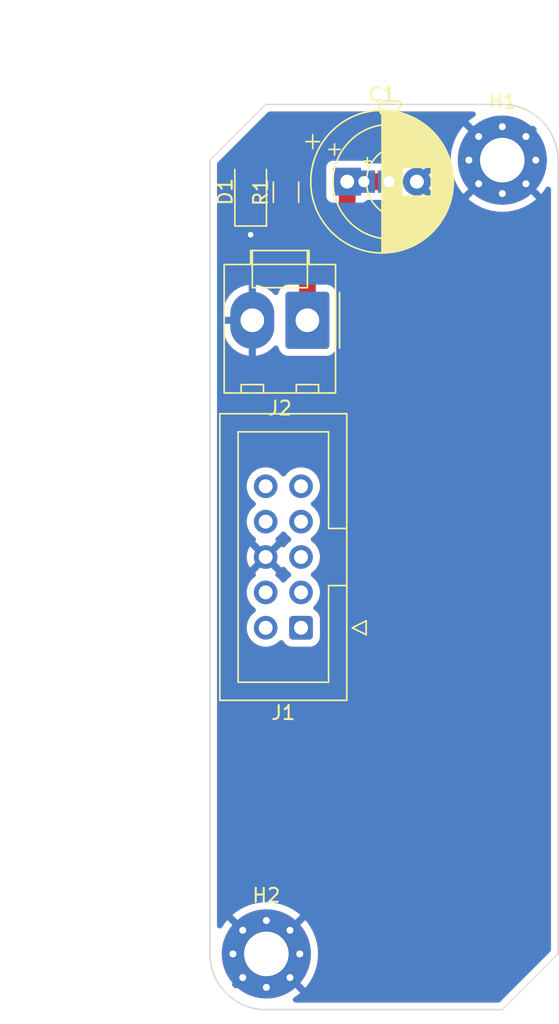
<source format=kicad_pcb>
(kicad_pcb (version 20211014) (generator pcbnew)
  (layers (0 "F.Cu" signal) (31 "B.Cu" signal) (34 "B.Paste" user) (35 "F.Paste" user) (36 "B.SilkS" user "B.Silkscreen") (37 "F.SilkS" user "F.Silkscreen") (38 "B.Mask" user) (39 "F.Mask" user) (44 "Edge.Cuts" user))
  (net 0 "")
  (net 1 "+5VP")
  (net 2 "GND")
  (net 3 "Net-(D1-Pad2)")
  (net 4 "IO_1")
  (net 5 "IO_2")
  (net 6 "IO_3")
  (net 7 "IO_4")
  (net 8 "IO_9")
  (net 9 "IO_5")
  (net 10 "IO_6")
  (net 11 "IO_7")
  (net 12 "IO_8")
  (footprint "MountingHole:MountingHole_3.2mm_M3_Pad_Via" (layer "F.Cu") (at 156 49)
    (fp_text reference "H1" (at 0 -4.2) (layer "F.SilkS"))
    (fp_text value "MountingHole_Pad")
    (pad "1" thru_hole circle locked (at 1.697056 -1.697056) (size 0.8 0.8) (drill 0.5) (layers *.Cu *.Mask) (net 2 "GND"))
    (pad "1" thru_hole circle locked (at 0 -2.4) (size 0.8 0.8) (drill 0.5) (layers *.Cu *.Mask) (net 2 "GND"))
    (pad "1" thru_hole circle locked (at 0 0) (size 6.4 6.4) (drill 3.2) (layers *.Cu *.Mask) (net 2 "GND"))
    (pad "1" thru_hole circle locked (at 0 2.4) (size 0.8 0.8) (drill 0.5) (layers *.Cu *.Mask) (net 2 "GND"))
    (pad "1" thru_hole circle locked (at 1.697056 1.697056) (size 0.8 0.8) (drill 0.5) (layers *.Cu *.Mask) (net 2 "GND"))
    (pad "1" thru_hole circle locked (at -1.697056 -1.697056) (size 0.8 0.8) (drill 0.5) (layers *.Cu *.Mask) (net 2 "GND"))
    (pad "1" thru_hole circle locked (at -2.4 0) (size 0.8 0.8) (drill 0.5) (layers *.Cu *.Mask) (net 2 "GND"))
    (pad "1" thru_hole circle locked (at 2.4 0) (size 0.8 0.8) (drill 0.5) (layers *.Cu *.Mask) (net 2 "GND"))
    (pad "1" thru_hole circle locked (at -1.697056 1.697056) (size 0.8 0.8) (drill 0.5) (layers *.Cu *.Mask) (net 2 "GND"))
  )
  (footprint "Capacitor_THT:CP_Radial_D8.0mm_P3.80mm" (layer "F.Cu") (at 146.057349 50.546)
    (fp_text reference "C2" (at 1.9 -5.25) (layer "F.SilkS"))
    (fp_text value "C_Polarized_Small")
    (fp_line (start 5.741 -1.453) (end 5.741 1.453) (layer "F.SilkS") (width 0.12))
    (fp_line (start 2.861 -3.967) (end 2.861 -1.04) (layer "F.SilkS") (width 0.12))
    (fp_line (start 5.141 -2.505) (end 5.141 2.505) (layer "F.SilkS") (width 0.12))
    (fp_line (start 4.501 -3.156) (end 4.501 -1.04) (layer "F.SilkS") (width 0.12))
    (fp_line (start 3.261 1.04) (end 3.261 3.85) (layer "F.SilkS") (width 0.12))
    (fp_line (start 2.861 1.04) (end 2.861 3.967) (layer "F.SilkS") (width 0.12))
    (fp_line (start 3.461 1.04) (end 3.461 3.774) (layer "F.SilkS") (width 0.12))
    (fp_line (start 3.741 1.04) (end 3.741 3.647) (layer "F.SilkS") (width 0.12))
    (fp_line (start 4.861 -2.826) (end 4.861 2.826) (layer "F.SilkS") (width 0.12))
    (fp_line (start 4.221 -3.365) (end 4.221 -1.04) (layer "F.SilkS") (width 0.12))
    (fp_line (start 3.901 -3.562) (end 3.901 -1.04) (layer "F.SilkS") (width 0.12))
    (fp_line (start 3.581 1.04) (end 3.581 3.722) (layer "F.SilkS") (width 0.12))
    (fp_line (start 4.541 -3.124) (end 4.541 -1.04) (layer "F.SilkS") (width 0.12))
    (fp_line (start 3.421 -3.79) (end 3.421 -1.04) (layer "F.SilkS") (width 0.12))
    (fp_line (start 3.621 -3.704) (end 3.621 -1.04) (layer "F.SilkS") (width 0.12))
    (fp_line (start 3.141 -3.889) (end 3.141 -1.04) (layer "F.SilkS") (width 0.12))
    (fp_line (start 4.141 1.04) (end 4.141 3.418) (layer "F.SilkS") (width 0.12))
    (fp_line (start 2.54 -4.03) (end 2.54 4.03) (layer "F.SilkS") (width 0.12))
    (fp_line (start 2.941 1.04) (end 2.941 3.947) (layer "F.SilkS") (width 0.12))
    (fp_line (start 3.981 -3.517) (end 3.981 -1.04) (layer "F.SilkS") (width 0.12))
    (fp_line (start 2.781 -3.985) (end 2.781 -1.04) (layer "F.SilkS") (width 0.12))
    (fp_line (start 3.501 -3.757) (end 3.501 -1.04) (layer "F.SilkS") (width 0.12))
    (fp_line (start 5.461 -2.034) (end 5.461 2.034) (layer "F.SilkS") (width 0.12))
    (fp_line (start 2.701 -4.002) (end 2.701 4.002) (layer "F.SilkS") (width 0.12))
    (fp_line (start 3.741 -3.647) (end 3.741 -1.04) (layer "F.SilkS") (width 0.12))
    (fp_line (start 4.301 1.04) (end 4.301 3.309) (layer "F.SilkS") (width 0.12))
    (fp_line (start 2.42 -4.048) (end 2.42 4.048) (layer "F.SilkS") (width 0.12))
    (fp_line (start 3.621 1.04) (end 3.621 3.704) (layer "F.SilkS") (width 0.12))
    (fp_line (start 3.101 -3.902) (end 3.101 -1.04) (layer "F.SilkS") (width 0.12))
    (fp_line (start 3.061 1.04) (end 3.061 3.914) (layer "F.SilkS") (width 0.12))
    (fp_line (start 3.221 1.04) (end 3.221 3.863) (layer "F.SilkS") (width 0.12))
    (fp_line (start 5.221 -2.4) (end 5.221 2.4) (layer "F.SilkS") (width 0.12))
    (fp_line (start 2.781 1.04) (end 2.781 3.985) (layer "F.SilkS") (width 0.12))
    (fp_line (start 3.861 -3.584) (end 3.861 -1.04) (layer "F.SilkS") (width 0.12))
    (fp_line (start 4.781 -2.907) (end 4.781 -1.04) (layer "F.SilkS") (width 0.12))
    (fp_line (start 4.701 1.04) (end 4.701 2.983) (layer "F.SilkS") (width 0.12))
    (fp_line (start 5.541 -1.89) (end 5.541 1.89) (layer "F.SilkS") (width 0.12))
    (fp_line (start -2.109698 -2.715) (end -2.109698 -1.915) (layer "F.SilkS") (width 0.12))
    (fp_line (start 4.021 1.04) (end 4.021 3.493) (layer "F.SilkS") (width 0.12))
    (fp_line (start 2.981 1.04) (end 2.981 3.936) (layer "F.SilkS") (width 0.12))
    (fp_line (start 4.621 1.04) (end 4.621 3.055) (layer "F.SilkS") (width 0.12))
    (fp_line (start 3.701 -3.666) (end 3.701 -1.04) (layer "F.SilkS") (width 0.12))
    (fp_line (start 2.34 -4.057) (end 2.34 4.057) (layer "F.SilkS") (width 0.12))
    (fp_line (start -2.509698 -2.315) (end -1.709698 -2.315) (layer "F.SilkS") (width 0.12))
    (fp_line (start 4.381 1.04) (end 4.381 3.25) (layer "F.SilkS") (width 0.12))
    (fp_line (start 3.981 1.04) (end 3.981 3.517) (layer "F.SilkS") (width 0.12))
    (fp_line (start 4.261 1.04) (end 4.261 3.338) (layer "F.SilkS") (width 0.12))
    (fp_line (start 4.061 1.04) (end 4.061 3.469) (layer "F.SilkS") (width 0.12))
    (fp_line (start 5.261 -2.345) (end 5.261 2.345) (layer "F.SilkS") (width 0.12))
    (fp_line (start 5.581 -1.813) (end 5.581 1.813) (layer "F.SilkS") (width 0.12))
    (fp_line (start 5.061 -2.604) (end 5.061 2.604) (layer "F.SilkS") (width 0.12))
    (fp_line (start 3.941 1.04) (end 3.941 3.54) (layer "F.SilkS") (width 0.12))
    (fp_line (start 2.5 -4.037) (end 2.5 4.037) (layer "F.SilkS") (width 0.12))
    (fp_line (start 2.981 -3.936) (end 2.981 -1.04) (layer "F.SilkS") (width 0.12))
    (fp_line (start 4.461 -3.189) (end 4.461 -1.04) (layer "F.SilkS") (width 0.12))
    (fp_line (start 1.9 -4.08) (end 1.9 4.08) (layer "F.SilkS") (width 0.12))
    (fp_line (start 4.581 -3.09) (end 4.581 -1.04) (layer "F.SilkS") (width 0.12))
    (fp_line (start 3.661 -3.686) (end 3.661 -1.04) (layer "F.SilkS") (width 0.12))
    (fp_line (start 4.661 -3.019) (end 4.661 -1.04) (layer "F.SilkS") (width 0.12))
    (fp_line (start 3.301 -3.835) (end 3.301 -1.04) (layer "F.SilkS") (width 0.12))
    (fp_line (start 3.821 1.04) (end 3.821 3.606) (layer "F.SilkS") (width 0.12))
    (fp_line (start 4.541 1.04) (end 4.541 3.124) (layer "F.SilkS") (width 0.12))
    (fp_line (start 3.341 -3.821) (end 3.341 -1.04) (layer "F.SilkS") (width 0.12))
    (fp_line (start 2.06 -4.077) (end 2.06 4.077) (layer "F.SilkS") (width 0.12))
    (fp_line (start 2.3 -4.061) (end 2.3 4.061) (layer "F.SilkS") (width 0.12))
    (fp_line (start 3.821 -3.606) (end 3.821 -1.04) (layer "F.SilkS") (width 0.12))
    (fp_line (start 4.821 -2.867) (end 4.821 -1.04) (layer "F.SilkS") (width 0.12))
    (fp_line (start 2.38 -4.052) (end 2.38 4.052) (layer "F.SilkS") (width 0.12))
    (fp_line (start 3.261 -3.85) (end 3.261 -1.04) (layer "F.SilkS") (width 0.12))
    (fp_line (start 5.101 -2.556) (end 5.101 2.556) (layer "F.SilkS") (width 0.12))
    (fp_line (start 2.02 -4.079) (end 2.02 4.079) (layer "F.SilkS") (width 0.12))
    (fp_line (start 5.781 -1.346) (end 5.781 1.346) (layer "F.SilkS") (width 0.12))
    (fp_line (start 4.941 -2.741) (end 4.941 2.741) (layer "F.SilkS") (width 0.12))
    (fp_line (start 2.1 -4.076) (end 2.1 4.076) (layer "F.SilkS") (width 0.12))
    (fp_line (start 4.781 1.04) (end 4.781 2.907) (layer "F.SilkS") (width 0.12))
    (fp_line (start 5.181 -2.454) (end 5.181 2.454) (layer "F.SilkS") (width 0.12))
    (fp_line (start 5.821 -1.229) (end 5.821 1.229) (layer "F.SilkS") (width 0.12))
    (fp_line (start 2.821 1.04) (end 2.821 3.976) (layer "F.SilkS") (width 0.12))
    (fp_line (start 5.941 -0.768) (end 5.941 0.768) (layer "F.SilkS") (width 0.12))
    (fp_line (start 4.181 1.04) (end 4.181 3.392) (layer "F.SilkS") (width 0.12))
    (fp_line (start 3.181 -3.877) (end 3.181 -1.04) (layer "F.SilkS") (width 0.12))
    (fp_line (start 3.781 1.04) (end 3.781 3.627) (layer "F.SilkS") (width 0.12))
    (fp_line (start 4.741 -2.945) (end 4.741 -1.04) (layer "F.SilkS") (width 0.12))
    (fp_line (start 4.141 -3.418) (end 4.141 -1.04) (layer "F.SilkS") (width 0.12))
    (fp_line (start 2.14 -4.074) (end 2.14 4.074) (layer "F.SilkS") (width 0.12))
    (fp_line (start 4.381 -3.25) (end 4.381 -1.04) (layer "F.SilkS") (width 0.12))
    (fp_line (start 4.901 -2.784) (end 4.901 2.784) (layer "F.SilkS") (width 0.12))
    (fp_line (start 3.381 -3.805) (end 3.381 -1.04) (layer "F.SilkS") (width 0.12))
    (fp_line (start 3.301 1.04) (end 3.301 3.835) (layer "F.SilkS") (width 0.12))
    (fp_line (start 3.501 1.04) (end 3.501 3.757) (layer "F.SilkS") (width 0.12))
    (fp_line (start 3.021 -3.925) (end 3.021 -1.04) (layer "F.SilkS") (width 0.12))
    (fp_line (start 5.341 -2.228) (end 5.341 2.228) (layer "F.SilkS") (width 0.12))
    (fp_line (start 3.141 1.04) (end 3.141 3.889) (layer "F.SilkS") (width 0.12))
    (fp_line (start 2.901 1.04) (end 2.901 3.957) (layer "F.SilkS") (width 0.12))
    (fp_line (start 3.781 -3.627) (end 3.781 -1.04) (layer "F.SilkS") (width 0.12))
    (fp_line (start 4.061 -3.469) (end 4.061 -1.04) (layer "F.SilkS") (width 0.12))
    (fp_line (start 5.901 -0.948) (end 5.901 0.948) (layer "F.SilkS") (width 0.12))
    (fp_line (start 3.021 1.04) (end 3.021 3.925) (layer "F.SilkS") (width 0.12))
    (fp_line (start 4.581 1.04) (end 4.581 3.09) (layer "F.SilkS") (width 0.12))
    (fp_line (start 4.341 1.04) (end 4.341 3.28) (layer "F.SilkS") (width 0.12))
    (fp_line (start 2.621 -4.017) (end 2.621 4.017) (layer "F.SilkS") (width 0.12))
    (fp_line (start 4.661 1.04) (end 4.661 3.019) (layer "F.SilkS") (width 0.12))
    (fp_line (start 4.301 -3.309) (end 4.301 -1.04) (layer "F.SilkS") (width 0.12))
    (fp_line (start 4.341 -3.28) (end 4.341 -1.04) (layer "F.SilkS") (width 0.12))
    (fp_line (start 2.941 -3.947) (end 2.941 -1.04) (layer "F.SilkS") (width 0.12))
    (fp_line (start 4.821 1.04) (end 4.821 2.867) (layer "F.SilkS") (width 0.12))
    (fp_line (start 5.381 -2.166) (end 5.381 2.166) (layer "F.SilkS") (width 0.12))
    (fp_line (start 5.501 -1.964) (end 5.501 1.964) (layer "F.SilkS") (width 0.12))
    (fp_line (start 2.22 -4.068) (end 2.22 4.068) (layer "F.SilkS") (width 0.12))
    (fp_line (start 2.821 -3.976) (end 2.821 -1.04) (layer "F.SilkS") (width 0.12))
    (fp_line (start 3.581 -3.722) (end 3.581 -1.04) (layer "F.SilkS") (width 0.12))
    (fp_line (start 5.621 -1.731) (end 5.621 1.731) (layer "F.SilkS") (width 0.12))
    (fp_line (start 5.021 -2.651) (end 5.021 2.651) (layer "F.SilkS") (width 0.12))
    (fp_line (start 3.221 -3.863) (end 3.221 -1.04) (layer "F.SilkS") (width 0.12))
    (fp_line (start 4.741 1.04) (end 4.741 2.945) (layer "F.SilkS") (width 0.12))
    (fp_line (start 3.381 1.04) (end 3.381 3.805) (layer "F.SilkS") (width 0.12))
    (fp_line (start 3.101 1.04) (end 3.101 3.902) (layer "F.SilkS") (width 0.12))
    (fp_line (start 3.421 1.04) (end 3.421 3.79) (layer "F.SilkS") (width 0.12))
    (fp_line (start 4.501 1.04) (end 4.501 3.156) (layer "F.SilkS") (width 0.12))
    (fp_line (start 4.101 -3.444) (end 4.101 -1.04) (layer "F.SilkS") (width 0.12))
    (fp_line (start 3.701 1.04) (end 3.701 3.666) (layer "F.SilkS") (width 0.12))
    (fp_line (start 4.981 -2.697) (end 4.981 2.697) (layer "F.SilkS") (width 0.12))
    (fp_line (start 3.061 -3.914) (end 3.061 -1.04) (layer "F.SilkS") (width 0.12))
    (fp_line (start 1.94 -4.08) (end 1.94 4.08) (layer "F.SilkS") (width 0.12))
    (fp_line (start 5.861 -1.098) (end 5.861 1.098) (layer "F.SilkS") (width 0.12))
    (fp_line (start 3.901 1.04) (end 3.901 3.562) (layer "F.SilkS") (width 0.12))
    (fp_line (start 5.301 -2.287) (end 5.301 2.287) (layer "F.SilkS") (width 0.12))
    (fp_line (start 4.421 -3.22) (end 4.421 -1.04) (layer "F.SilkS") (width 0.12))
    (fp_line (start 3.461 -3.774) (end 3.461 -1.04) (layer "F.SilkS") (width 0.12))
    (fp_line (start 3.861 1.04) (end 3.861 3.584) (layer "F.SilkS") (width 0.12))
    (fp_line (start 4.021 -3.493) (end 4.021 -1.04) (layer "F.SilkS") (width 0.12))
    (fp_line (start 4.701 -2.983) (end 4.701 -1.04) (layer "F.SilkS") (width 0.12))
    (fp_line (start 4.621 -3.055) (end 4.621 -1.04) (layer "F.SilkS") (width 0.12))
    (fp_line (start 3.181 1.04) (end 3.181 3.877) (layer "F.SilkS") (width 0.12))
    (fp_line (start 4.261 -3.338) (end 4.261 -1.04) (layer "F.SilkS") (width 0.12))
    (fp_line (start 4.421 1.04) (end 4.421 3.22) (layer "F.SilkS") (width 0.12))
    (fp_line (start 1.98 -4.08) (end 1.98 4.08) (layer "F.SilkS") (width 0.12))
    (fp_line (start 2.58 -4.024) (end 2.58 4.024) (layer "F.SilkS") (width 0.12))
    (fp_line (start 4.101 1.04) (end 4.101 3.444) (layer "F.SilkS") (width 0.12))
    (fp_line (start 5.661 -1.645) (end 5.661 1.645) (layer "F.SilkS") (width 0.12))
    (fp_line (start 2.46 -4.042) (end 2.46 4.042) (layer "F.SilkS") (width 0.12))
    (fp_line (start 2.661 -4.01) (end 2.661 4.01) (layer "F.SilkS") (width 0.12))
    (fp_line (start 2.18 -4.071) (end 2.18 4.071) (layer "F.SilkS") (width 0.12))
    (fp_line (start 4.461 1.04) (end 4.461 3.189) (layer "F.SilkS") (width 0.12))
    (fp_line (start 5.421 -2.102) (end 5.421 2.102) (layer "F.SilkS") (width 0.12))
    (fp_line (start 2.901 -3.957) (end 2.901 -1.04) (layer "F.SilkS") (width 0.12))
    (fp_line (start 3.941 -3.54) (end 3.941 -1.04) (layer "F.SilkS") (width 0.12))
    (fp_line (start 3.341 1.04) (end 3.341 3.821) (layer "F.SilkS") (width 0.12))
    (fp_line (start 3.541 1.04) (end 3.541 3.74) (layer "F.SilkS") (width 0.12))
    (fp_line (start 3.661 1.04) (end 3.661 3.686) (layer "F.SilkS") (width 0.12))
    (fp_line (start 2.26 -4.065) (end 2.26 4.065) (layer "F.SilkS") (width 0.12))
    (fp_line (start 5.981 -0.533) (end 5.981 0.533) (layer "F.SilkS") (width 0.12))
    (fp_line (start 3.541 -3.74) (end 3.541 -1.04) (layer "F.SilkS") (width 0.12))
    (fp_line (start 5.701 -1.552) (end 5.701 1.552) (layer "F.SilkS") (width 0.12))
    (fp_line (start 2.741 -3.994) (end 2.741 3.994) (layer "F.SilkS") (width 0.12))
    (fp_line (start 4.181 -3.392) (end 4.181 -1.04) (layer "F.SilkS") (width 0.12))
    (fp_line (start 4.221 1.04) (end 4.221 3.365) (layer "F.SilkS") (width 0.12))
    (fp_circle (center 1.9 0) (end 6.02 0) (layer "F.SilkS") (width 0.12) (fill none))
    (pad "1" thru_hole rect (at 0 0) (size 1.6 1.6) (drill 0.8) (layers *.Cu *.Mask) (net 1 "+5VP"))
    (pad "2" thru_hole circle (at 3.8 0) (size 1.6 1.6) (drill 0.8) (layers *.Cu *.Mask) (net 2 "GND"))
  )
  (footprint "LED_SMD:LED_1206_3216Metric_Pad1.42x1.75mm_HandSolder" (layer "F.Cu") (at 137.922 51.2715 90)
    (fp_text reference "D1" (at 0 -1.82 90) (layer "F.SilkS"))
    (fp_text value "LED_Small")
    (fp_line (start -2.46 1.135) (end 1.6 1.135) (layer "F.SilkS") (width 0.12))
    (fp_line (start -2.46 -1.135) (end -2.46 1.135) (layer "F.SilkS") (width 0.12))
    (fp_line (start 1.6 -1.135) (end -2.46 -1.135) (layer "F.SilkS") (width 0.12))
    (pad "1" smd roundrect (at -1.4875 0 90) (size 1.425 1.75) (layers "F.Cu" "F.Paste" "F.Mask") (roundrect_rratio 0.175439) (net 2 "GND"))
    (pad "2" smd roundrect (at 1.4875 0 90) (size 1.425 1.75) (layers "F.Cu" "F.Paste" "F.Mask") (roundrect_rratio 0.175439) (net 3 "Net-(D1-Pad2)"))
  )
  (footprint "MountingHole:MountingHole_3.2mm_M3_Pad_Via" (layer "F.Cu") (at 139.05 106)
    (fp_text reference "H2" (at 0 -4.2) (layer "F.SilkS"))
    (fp_text value "MountingHole_Pad")
    (pad "1" thru_hole circle locked (at -2.4 0) (size 0.8 0.8) (drill 0.5) (layers *.Cu *.Mask) (net 2 "GND"))
    (pad "1" thru_hole circle locked (at 1.697056 -1.697056) (size 0.8 0.8) (drill 0.5) (layers *.Cu *.Mask) (net 2 "GND"))
    (pad "1" thru_hole circle locked (at -1.697056 -1.697056) (size 0.8 0.8) (drill 0.5) (layers *.Cu *.Mask) (net 2 "GND"))
    (pad "1" thru_hole circle locked (at 0 0) (size 6.4 6.4) (drill 3.2) (layers *.Cu *.Mask) (net 2 "GND"))
    (pad "1" thru_hole circle locked (at 1.697056 1.697056) (size 0.8 0.8) (drill 0.5) (layers *.Cu *.Mask) (net 2 "GND"))
    (pad "1" thru_hole circle locked (at 0 -2.4) (size 0.8 0.8) (drill 0.5) (layers *.Cu *.Mask) (net 2 "GND"))
    (pad "1" thru_hole circle locked (at -1.697056 1.697056) (size 0.8 0.8) (drill 0.5) (layers *.Cu *.Mask) (net 2 "GND"))
    (pad "1" thru_hole circle locked (at 2.4 0) (size 0.8 0.8) (drill 0.5) (layers *.Cu *.Mask) (net 2 "GND"))
    (pad "1" thru_hole circle locked (at 0 2.4) (size 0.8 0.8) (drill 0.5) (layers *.Cu *.Mask) (net 2 "GND"))
  )
  (footprint "Capacitor_THT:CP_Radial_D10.0mm_P5.00mm" (layer "F.Cu") (at 144.86 50.546)
    (fp_text reference "C1" (at 2.5 -6.25) (layer "F.SilkS"))
    (fp_text value "C_Polarized_Small")
    (fp_line (start 7.181 -2.037) (end 7.181 2.037) (layer "F.SilkS") (width 0.12))
    (fp_line (start 6.701 -2.889) (end 6.701 2.889) (layer "F.SilkS") (width 0.12))
    (fp_line (start 3.861 -4.897) (end 3.861 -1.241) (layer "F.SilkS") (width 0.12))
    (fp_line (start 7.101 -2.209) (end 7.101 2.209) (layer "F.SilkS") (width 0.12))
    (fp_line (start 3.1 -5.045) (end 3.1 5.045) (layer "F.SilkS") (width 0.12))
    (fp_line (start 3.301 -5.018) (end 3.301 5.018) (layer "F.SilkS") (width 0.12))
    (fp_line (start 4.141 1.241) (end 4.141 4.811) (layer "F.SilkS") (width 0.12))
    (fp_line (start 5.181 -4.323) (end 5.181 -1.241) (layer "F.SilkS") (width 0.12))
    (fp_line (start 5.941 1.241) (end 5.941 3.753) (layer "F.SilkS") (width 0.12))
    (fp_line (start 5.701 -3.957) (end 5.701 -1.241) (layer "F.SilkS") (width 0.12))
    (fp_line (start 4.781 -4.545) (end 4.781 -1.241) (layer "F.SilkS") (width 0.12))
    (fp_line (start 5.941 -3.753) (end 5.941 -1.241) (layer "F.SilkS") (width 0.12))
    (fp_line (start 4.861 1.241) (end 4.861 4.504) (layer "F.SilkS") (width 0.12))
    (fp_line (start 5.181 1.241) (end 5.181 4.323) (layer "F.SilkS") (width 0.12))
    (fp_line (start 2.58 -5.08) (end 2.58 5.08) (layer "F.SilkS") (width 0.12))
    (fp_line (start 3.901 -4.885) (end 3.901 -1.241) (layer "F.SilkS") (width 0.12))
    (fp_line (start 5.301 -4.247) (end 5.301 -1.241) (layer "F.SilkS") (width 0.12))
    (fp_line (start 4.901 1.241) (end 4.901 4.483) (layer "F.SilkS") (width 0.12))
    (fp_line (start 6.261 -3.436) (end 6.261 3.436) (layer "F.SilkS") (width 0.12))
    (fp_line (start 3.781 1.241) (end 3.781 4.918) (layer "F.SilkS") (width 0.12))
    (fp_line (start 5.061 -4.395) (end 5.061 -1.241) (layer "F.SilkS") (width 0.12))
    (fp_line (start 4.461 -4.69) (end 4.461 -1.241) (layer "F.SilkS") (width 0.12))
    (fp_line (start 6.141 -3.561) (end 6.141 -1.241) (layer "F.SilkS") (width 0.12))
    (fp_line (start 6.741 -2.83) (end 6.741 2.83) (layer "F.SilkS") (width 0.12))
    (fp_line (start 3.981 -4.862) (end 3.981 -1.241) (layer "F.SilkS") (width 0.12))
    (fp_line (start 4.101 1.241) (end 4.101 4.824) (layer "F.SilkS") (width 0.12))
    (fp_line (start 3.821 1.241) (end 3.821 4.907) (layer "F.SilkS") (width 0.12))
    (fp_line (start 4.061 1.241) (end 4.061 4.837) (layer "F.SilkS") (width 0.12))
    (fp_line (start 6.061 -3.64) (end 6.061 -1.241) (layer "F.SilkS") (width 0.12))
    (fp_line (start 6.021 1.241) (end 6.021 3.679) (layer "F.SilkS") (width 0.12))
    (fp_line (start 4.341 -4.738) (end 4.341 -1.241) (layer "F.SilkS") (width 0.12))
    (fp_line (start 4.261 -4.768) (end 4.261 -1.241) (layer "F.SilkS") (width 0.12))
    (fp_line (start 4.381 -4.723) (end 4.381 -1.241) (layer "F.SilkS") (width 0.12))
    (fp_line (start 4.741 1.241) (end 4.741 4.564) (layer "F.SilkS") (width 0.12))
    (fp_line (start 4.341 1.241) (end 4.341 4.738) (layer "F.SilkS") (width 0.12))
    (fp_line (start 5.981 -3.716) (end 5.981 -1.241) (layer "F.SilkS") (width 0.12))
    (fp_line (start 3.941 1.241) (end 3.941 4.874) (layer "F.SilkS") (width 0.12))
    (fp_line (start 5.981 1.241) (end 5.981 3.716) (layer "F.SilkS") (width 0.12))
    (fp_line (start 6.421 -3.254) (end 6.421 3.254) (layer "F.SilkS") (width 0.12))
    (fp_line (start 4.501 1.241) (end 4.501 4.674) (layer "F.SilkS") (width 0.12))
    (fp_line (start 3.701 -4.938) (end 3.701 4.938) (layer "F.SilkS") (width 0.12))
    (fp_line (start -2.479646 -3.375) (end -2.479646 -2.375) (layer "F.SilkS") (width 0.12))
    (fp_line (start 4.061 -4.837) (end 4.061 -1.241) (layer "F.SilkS") (width 0.12))
    (fp_line (start 3.621 -4.956) (end 3.621 4.956) (layer "F.SilkS") (width 0.12))
    (fp_line (start 2.86 -5.068) (end 2.86 5.068) (layer "F.SilkS") (width 0.12))
    (fp_line (start 6.101 1.241) (end 6.101 3.601) (layer "F.SilkS") (width 0.12))
    (fp_line (start 5.581 1.241) (end 5.581 4.05) (layer "F.SilkS") (width 0.12))
    (fp_line (start 2.5 -5.08) (end 2.5 5.08) (layer "F.SilkS") (width 0.12))
    (fp_line (start 2.9 -5.065) (end 2.9 5.065) (layer "F.SilkS") (width 0.12))
    (fp_line (start 5.141 1.241) (end 5.141 4.347) (layer "F.SilkS") (width 0.12))
    (fp_line (start 4.741 -4.564) (end 4.741 -1.241) (layer "F.SilkS") (width 0.12))
    (fp_line (start 4.181 1.241) (end 4.181 4.797) (layer "F.SilkS") (width 0.12))
    (fp_line (start 5.621 1.241) (end 5.621 4.02) (layer "F.SilkS") (width 0.12))
    (fp_line (start 4.141 -4.811) (end 4.141 -1.241) (layer "F.SilkS") (width 0.12))
    (fp_line (start 6.581 -3.054) (end 6.581 3.054) (layer "F.SilkS") (width 0.12))
    (fp_line (start 3.741 -4.928) (end 3.741 4.928) (layer "F.SilkS") (width 0.12))
    (fp_line (start 7.021 -2.365) (end 7.021 2.365) (layer "F.SilkS") (width 0.12))
    (fp_line (start 4.661 -4.603) (end 4.661 -1.241) (layer "F.SilkS") (width 0.12))
    (fp_line (start 6.821 -2.709) (end 6.821 2.709) (layer "F.SilkS") (width 0.12))
    (fp_line (start 6.861 -2.645) (end 6.861 2.645) (layer "F.SilkS") (width 0.12))
    (fp_line (start 4.541 1.241) (end 4.541 4.657) (layer "F.SilkS") (width 0.12))
    (fp_line (start 3.381 -5.004) (end 3.381 5.004) (layer "F.SilkS") (width 0.12))
    (fp_line (start 6.301 -3.392) (end 6.301 3.392) (layer "F.SilkS") (width 0.12))
    (fp_line (start 5.061 1.241) (end 5.061 4.395) (layer "F.SilkS") (width 0.12))
    (fp_line (start 5.301 1.241) (end 5.301 4.247) (layer "F.SilkS") (width 0.12))
    (fp_line (start 5.781 1.241) (end 5.781 3.892) (layer "F.SilkS") (width 0.12))
    (fp_line (start 7.301 -1.742) (end 7.301 1.742) (layer "F.SilkS") (width 0.12))
    (fp_line (start 4.021 -4.85) (end 4.021 -1.241) (layer "F.SilkS") (width 0.12))
    (fp_line (start 3.821 -4.907) (end 3.821 -1.241) (layer "F.SilkS") (width 0.12))
    (fp_line (start 2.7 -5.077) (end 2.7 5.077) (layer "F.SilkS") (width 0.12))
    (fp_line (start 5.741 -3.925) (end 5.741 -1.241) (layer "F.SilkS") (width 0.12))
    (fp_line (start 4.941 1.241) (end 4.941 4.462) (layer "F.SilkS") (width 0.12))
    (fp_line (start 5.541 1.241) (end 5.541 4.08) (layer "F.SilkS") (width 0.12))
    (fp_line (start 4.421 -4.707) (end 4.421 -1.241) (layer "F.SilkS") (width 0.12))
    (fp_line (start 7.581 -0.599) (end 7.581 0.599) (layer "F.SilkS") (width 0.12))
    (fp_line (start 4.421 1.241) (end 4.421 4.707) (layer "F.SilkS") (width 0.12))
    (fp_line (start 5.741 1.241) (end 5.741 3.925) (layer "F.SilkS") (width 0.12))
    (fp_line (start 5.421 1.241) (end 5.421 4.166) (layer "F.SilkS") (width 0.12))
    (fp_line (start 5.021 1.241) (end 5.021 4.417) (layer "F.SilkS") (width 0.12))
    (fp_line (start 5.461 -4.138) (end 5.461 -1.241) (layer "F.SilkS") (width 0.12))
    (fp_line (start 5.861 1.241) (end 5.861 3.824) (layer "F.SilkS") (width 0.12))
    (fp_line (start 4.661 1.241) (end 4.661 4.603) (layer "F.SilkS") (width 0.12))
    (fp_line (start 5.261 1.241) (end 5.261 4.273) (layer "F.SilkS") (width 0.12))
    (fp_line (start 3.861 1.241) (end 3.861 4.897) (layer "F.SilkS") (width 0.12))
    (fp_line (start 2.82 -5.07) (end 2.82 5.07) (layer "F.SilkS") (width 0.12))
    (fp_line (start 2.74 -5.075) (end 2.74 5.075) (layer "F.SilkS") (width 0.12))
    (fp_line (start 5.461 1.241) (end 5.461 4.138) (layer "F.SilkS") (width 0.12))
    (fp_line (start 3.221 -5.03) (end 3.221 5.03) (layer "F.SilkS") (width 0.12))
    (fp_line (start 6.021 -3.679) (end 6.021 -1.241) (layer "F.SilkS") (width 0.12))
    (fp_line (start 4.381 1.241) (end 4.381 4.723) (layer "F.SilkS") (width 0.12))
    (fp_line (start -2.979646 -2.875) (end -1.979646 -2.875) (layer "F.SilkS") (width 0.12))
    (fp_line (start 4.781 1.241) (end 4.781 4.545) (layer "F.SilkS") (width 0.12))
    (fp_line (start 4.301 1.241) (end 4.301 4.754) (layer "F.SilkS") (width 0.12))
    (fp_line (start 2.94 -5.062) (end 2.94 5.062) (layer "F.SilkS") (width 0.12))
    (fp_line (start 7.461 -1.23) (end 7.461 1.23) (layer "F.SilkS") (width 0.12))
    (fp_line (start 2.54 -5.08) (end 2.54 5.08) (layer "F.SilkS") (width 0.12))
    (fp_line (start 7.341 -1.63) (end 7.341 1.63) (layer "F.SilkS") (width 0.12))
    (fp_line (start 4.981 -4.44) (end 4.981 -1.241) (layer "F.SilkS") (width 0.12))
    (fp_line (start 6.181 -3.52) (end 6.181 -1.241) (layer "F.SilkS") (width 0.12))
    (fp_line (start 4.821 -4.525) (end 4.821 -1.241) (layer "F.SilkS") (width 0.12))
    (fp_line (start 3.661 -4.947) (end 3.661 4.947) (layer "F.SilkS") (width 0.12))
    (fp_line (start 7.421 -1.378) (end 7.421 1.378) (layer "F.SilkS") (width 0.12))
    (fp_line (start 4.221 1.241) (end 4.221 4.783) (layer "F.SilkS") (width 0.12))
    (fp_line (start 5.661 -3.989) (end 5.661 -1.241) (layer "F.SilkS") (width 0.12))
    (fp_line (start 4.981 1.241) (end 4.981 4.44) (layer "F.SilkS") (width 0.12))
    (fp_line (start 3.461 -4.99) (end 3.461 4.99) (layer "F.SilkS") (width 0.12))
    (fp_line (start 6.621 -3) (end 6.621 3) (layer "F.SilkS") (width 0.12))
    (fp_line (start 5.861 -3.824) (end 5.861 -1.241) (layer "F.SilkS") (width 0.12))
    (fp_line (start 7.381 -1.51) (end 7.381 1.51) (layer "F.SilkS") (width 0.12))
    (fp_line (start 5.501 1.241) (end 5.501 4.11) (layer "F.SilkS") (width 0.12))
    (fp_line (start 6.181 1.241) (end 6.181 3.52) (layer "F.SilkS") (width 0.12))
    (fp_line (start 3.501 -4.982) (end 3.501 4.982) (layer "F.SilkS") (width 0.12))
    (fp_line (start 6.941 -2.51) (end 6.941 2.51) (layer "F.SilkS") (width 0.12))
    (fp_line (start 4.301 -4.754) (end 4.301 -1.241) (layer "F.SilkS") (width 0.12))
    (fp_line (start 7.221 -1.944) (end 7.221 1.944) (layer "F.SilkS") (width 0.12))
    (fp_line (start 6.221 -3.478) (end 6.221 -1.241) (layer "F.SilkS") (width 0.12))
    (fp_line (start 5.381 -4.194) (end 5.381 -1.241) (layer "F.SilkS") (width 0.12))
    (fp_line (start 4.581 -4.639) (end 4.581 -1.241) (layer "F.SilkS") (width 0.12))
    (fp_line (start 7.261 -1.846) (end 7.261 1.846) (layer "F.SilkS") (width 0.12))
    (fp_line (start 4.701 -4.584) (end 4.701 -1.241) (layer "F.SilkS") (width 0.12))
    (fp_line (start 4.221 -4.783) (end 4.221 -1.241) (layer "F.SilkS") (width 0.12))
    (fp_line (start 6.781 -2.77) (end 6.781 2.77) (layer "F.SilkS") (width 0.12))
    (fp_line (start 5.621 -4.02) (end 5.621 -1.241) (layer "F.SilkS") (width 0.12))
    (fp_line (start 6.061 1.241) (end 6.061 3.64) (layer "F.SilkS") (width 0.12))
    (fp_line (start 5.341 1.241) (end 5.341 4.221) (layer "F.SilkS") (width 0.12))
    (fp_line (start 6.381 -3.301) (end 6.381 3.301) (layer "F.SilkS") (width 0.12))
    (fp_line (start 7.061 -2.289) (end 7.061 2.289) (layer "F.SilkS") (width 0.12))
    (fp_line (start 3.18 -5.035) (end 3.18 5.035) (layer "F.SilkS") (width 0.12))
    (fp_line (start 4.541 -4.657) (end 4.541 -1.241) (layer "F.SilkS") (width 0.12))
    (fp_line (start 5.541 -4.08) (end 5.541 -1.241) (layer "F.SilkS") (width 0.12))
    (fp_line (start 7.141 -2.125) (end 7.141 2.125) (layer "F.SilkS") (width 0.12))
    (fp_line (start 4.181 -4.797) (end 4.181 -1.241) (layer "F.SilkS") (width 0.12))
    (fp_line (start 4.021 1.241) (end 4.021 4.85) (layer "F.SilkS") (width 0.12))
    (fp_line (start 3.341 -5.011) (end 3.341 5.011) (layer "F.SilkS") (width 0.12))
    (fp_line (start 3.14 -5.04) (end 3.14 5.04) (layer "F.SilkS") (width 0.12))
    (fp_line (start 4.941 -4.462) (end 4.941 -1.241) (layer "F.SilkS") (width 0.12))
    (fp_line (start 5.381 1.241) (end 5.381 4.194) (layer "F.SilkS") (width 0.12))
    (fp_line (start 5.581 -4.05) (end 5.581 -1.241) (layer "F.SilkS") (width 0.12))
    (fp_line (start 3.06 -5.05) (end 3.06 5.05) (layer "F.SilkS") (width 0.12))
    (fp_line (start 5.221 -4.298) (end 5.221 -1.241) (layer "F.SilkS") (width 0.12))
    (fp_line (start 5.021 -4.417) (end 5.021 -1.241) (layer "F.SilkS") (width 0.12))
    (fp_line (start 5.261 -4.273) (end 5.261 -1.241) (layer "F.SilkS") (width 0.12))
    (fp_line (start 4.101 -4.824) (end 4.101 -1.241) (layer "F.SilkS") (width 0.12))
    (fp_line (start 6.901 -2.579) (end 6.901 2.579) (layer "F.SilkS") (width 0.12))
    (fp_line (start 4.261 1.241) (end 4.261 4.768) (layer "F.SilkS") (width 0.12))
    (fp_line (start 5.821 -3.858) (end 5.821 -1.241) (layer "F.SilkS") (width 0.12))
    (fp_line (start 6.101 -3.601) (end 6.101 -1.241) (layer "F.SilkS") (width 0.12))
    (fp_line (start 3.941 -4.874) (end 3.941 -1.241) (layer "F.SilkS") (width 0.12))
    (fp_line (start 4.501 -4.674) (end 4.501 -1.241) (layer "F.SilkS") (width 0.12))
    (fp_line (start 5.701 1.241) (end 5.701 3.957) (layer "F.SilkS") (width 0.12))
    (fp_line (start 6.661 -2.945) (end 6.661 2.945) (layer "F.SilkS") (width 0.12))
    (fp_line (start 4.621 1.241) (end 4.621 4.621) (layer "F.SilkS") (width 0.12))
    (fp_line (start 5.821 1.241) (end 5.821 3.858) (layer "F.SilkS") (width 0.12))
    (fp_line (start 3.981 1.241) (end 3.981 4.862) (layer "F.SilkS") (width 0.12))
    (fp_line (start 4.461 1.241) (end 4.461 4.69) (layer "F.SilkS") (width 0.12))
    (fp_line (start 7.501 -1.062) (end 7.501 1.062) (layer "F.SilkS") (width 0.12))
    (fp_line (start 4.581 1.241) (end 4.581 4.639) (layer "F.SilkS") (width 0.12))
    (fp_line (start 5.101 -4.371) (end 5.101 -1.241) (layer "F.SilkS") (width 0.12))
    (fp_line (start 3.261 -5.024) (end 3.261 5.024) (layer "F.SilkS") (width 0.12))
    (fp_line (start 4.821 1.241) (end 4.821 4.525) (layer "F.SilkS") (width 0.12))
    (fp_line (start 7.541 -0.862) (end 7.541 0.862) (layer "F.SilkS") (width 0.12))
    (fp_line (start 6.541 -3.106) (end 6.541 3.106) (layer "F.SilkS") (width 0.12))
    (fp_line (start 5.901 -3.789) (end 5.901 -1.241) (layer "F.SilkS") (width 0.12))
    (fp_line (start 2.78 -5.073) (end 2.78 5.073) (layer "F.SilkS") (width 0.12))
    (fp_line (start 4.861 -4.504) (end 4.861 -1.241) (layer "F.SilkS") (width 0.12))
    (fp_line (start 6.141 1.241) (end 6.141 3.561) (layer "F.SilkS") (width 0.12))
    (fp_line (start 5.221 1.241) (end 5.221 4.298) (layer "F.SilkS") (width 0.12))
    (fp_line (start 5.101 1.241) (end 5.101 4.371) (layer "F.SilkS") (width 0.12))
    (fp_line (start 6.341 -3.347) (end 6.341 3.347) (layer "F.SilkS") (width 0.12))
    (fp_line (start 5.501 -4.11) (end 5.501 -1.241) (layer "F.SilkS") (width 0.12))
    (fp_line (start 2.62 -5.079) (end 2.62 5.079) (layer "F.SilkS") (width 0.12))
    (fp_line (start 5.661 1.241) (end 5.661 3.989) (layer "F.SilkS") (width 0.12))
    (fp_line (start 3.02 -5.054) (end 3.02 5.054) (layer "F.SilkS") (width 0.12))
    (fp_line (start 5.781 -3.892) (end 5.781 -1.241) (layer "F.SilkS") (width 0.12))
    (fp_line (start 6.221 1.241) (end 6.221 3.478) (layer "F.SilkS") (width 0.12))
    (fp_line (start 2.98 -5.058) (end 2.98 5.058) (layer "F.SilkS") (width 0.12))
    (fp_line (start 3.581 -4.965) (end 3.581 4.965) (layer "F.SilkS") (width 0.12))
    (fp_line (start 5.341 -4.221) (end 5.341 -1.241) (layer "F.SilkS") (width 0.12))
    (fp_line (start 4.901 -4.483) (end 4.901 -1.241) (layer "F.SilkS") (width 0.12))
    (fp_line (start 3.421 -4.997) (end 3.421 4.997) (layer "F.SilkS") (width 0.12))
    (fp_line (start 6.981 -2.439) (end 6.981 2.439) (layer "F.SilkS") (width 0.12))
    (fp_line (start 2.66 -5.078) (end 2.66 5.078) (layer "F.SilkS") (width 0.12))
    (fp_line (start 4.621 -4.621) (end 4.621 -1.241) (layer "F.SilkS") (width 0.12))
    (fp_line (start 3.541 -4.974) (end 3.541 4.974) (layer "F.SilkS") (width 0.12))
    (fp_line (start 3.781 -4.918) (end 3.781 -1.241) (layer "F.SilkS") (width 0.12))
    (fp_line (start 5.421 -4.166) (end 5.421 -1.241) (layer "F.SilkS") (width 0.12))
    (fp_line (start 6.501 -3.156) (end 6.501 3.156) (layer "F.SilkS") (width 0.12))
    (fp_line (start 5.901 1.241) (end 5.901 3.789) (layer "F.SilkS") (width 0.12))
    (fp_line (start 4.701 1.241) (end 4.701 4.584) (layer "F.SilkS") (width 0.12))
    (fp_line (start 5.141 -4.347) (end 5.141 -1.241) (layer "F.SilkS") (width 0.12))
    (fp_line (start 6.461 -3.206) (end 6.461 3.206) (layer "F.SilkS") (width 0.12))
    (fp_line (start 3.901 1.241) (end 3.901 4.885) (layer "F.SilkS") (width 0.12))
    (fp_circle (center 2.5 0) (end 7.62 0) (layer "F.SilkS") (width 0.12) (fill none))
    (pad "1" thru_hole rect (at 0 0) (size 2 2) (drill 1) (layers *.Cu *.Mask) (net 1 "+5VP"))
    (pad "2" thru_hole circle (at 5 0) (size 2 2) (drill 1) (layers *.Cu *.Mask) (net 2 "GND"))
  )
  (footprint "Resistor_SMD:R_1206_3216Metric_Pad1.30x1.75mm_HandSolder" (layer "F.Cu") (at 140.462 51.308 90)
    (fp_text reference "R1" (at 0 -1.82 90) (layer "F.SilkS"))
    (fp_text value "R_Small")
    (fp_line (start -0.727064 0.91) (end 0.727064 0.91) (layer "F.SilkS") (width 0.12))
    (fp_line (start -0.727064 -0.91) (end 0.727064 -0.91) (layer "F.SilkS") (width 0.12))
    (pad "1" smd roundrect (at -1.55 0 90) (size 1.3 1.75) (layers "F.Cu" "F.Paste" "F.Mask") (roundrect_rratio 0.192308) (net 1 "+5VP"))
    (pad "2" smd roundrect (at 1.55 0 90) (size 1.3 1.75) (layers "F.Cu" "F.Paste" "F.Mask") (roundrect_rratio 0.192308) (net 3 "Net-(D1-Pad2)"))
  )
  (footprint "Capacitor_THT:CP_Radial_D5.0mm_P2.00mm" (layer "F.Cu") (at 147.86 50.546)
    (fp_text reference "C3" (at 1 -3.75) (layer "F.SilkS"))
    (fp_text value "C_Polarized_Small")
    (fp_line (start 2.801 1.04) (end 2.801 1.864) (layer "F.SilkS") (width 0.12))
    (fp_line (start 2.641 -2.004) (end 2.641 -1.04) (layer "F.SilkS") (width 0.12))
    (fp_line (start 2.521 -2.095) (end 2.521 -1.04) (layer "F.SilkS") (width 0.12))
    (fp_line (start 2.401 -2.175) (end 2.401 -1.04) (layer "F.SilkS") (width 0.12))
    (fp_line (start 1.08 -2.579) (end 1.08 -1.04) (layer "F.SilkS") (width 0.12))
    (fp_line (start -1.804775 -1.475) (end -1.304775 -1.475) (layer "F.SilkS") (width 0.12))
    (fp_line (start 2.761 -1.901) (end 2.761 -1.04) (layer "F.SilkS") (width 0.12))
    (fp_line (start 1.881 1.04) (end 1.881 2.428) (layer "F.SilkS") (width 0.12))
    (fp_line (start 1.28 -2.565) (end 1.28 -1.04) (layer "F.SilkS") (width 0.12))
    (fp_line (start 1.44 -2.543) (end 1.44 -1.04) (layer "F.SilkS") (width 0.12))
    (fp_line (start 1.24 -2.569) (end 1.24 -1.04) (layer "F.SilkS") (width 0.12))
    (fp_line (start 2.841 1.04) (end 2.841 1.826) (layer "F.SilkS") (width 0.12))
    (fp_line (start 1.68 1.04) (end 1.68 2.491) (layer "F.SilkS") (width 0.12))
    (fp_line (start 3.081 -1.554) (end 3.081 1.554) (layer "F.SilkS") (width 0.12))
    (fp_line (start 2.521 1.04) (end 2.521 2.095) (layer "F.SilkS") (width 0.12))
    (fp_line (start 3.041 -1.605) (end 3.041 1.605) (layer "F.SilkS") (width 0.12))
    (fp_line (start 1 1.04) (end 1 2.58) (layer "F.SilkS") (width 0.12))
    (fp_line (start 3.401 -1.011) (end 3.401 1.011) (layer "F.SilkS") (width 0.12))
    (fp_line (start 1.761 1.04) (end 1.761 2.468) (layer "F.SilkS") (width 0.12))
    (fp_line (start 1.881 -2.428) (end 1.881 -1.04) (layer "F.SilkS") (width 0.12))
    (fp_line (start 3.001 1.04) (end 3.001 1.653) (layer "F.SilkS") (width 0.12))
    (fp_line (start 2.481 -2.122) (end 2.481 -1.04) (layer "F.SilkS") (width 0.12))
    (fp_line (start 2.161 1.04) (end 2.161 2.31) (layer "F.SilkS") (width 0.12))
    (fp_line (start 3.121 -1.5) (end 3.121 1.5) (layer "F.SilkS") (width 0.12))
    (fp_line (start 1.721 1.04) (end 1.721 2.48) (layer "F.SilkS") (width 0.12))
    (fp_line (start 2.961 -1.699) (end 2.961 -1.04) (layer "F.SilkS") (width 0.12))
    (fp_line (start 1.16 -2.576) (end 1.16 -1.04) (layer "F.SilkS") (width 0.12))
    (fp_line (start 2.641 1.04) (end 2.641 2.004) (layer "F.SilkS") (width 0.12))
    (fp_line (start 1.921 -2.414) (end 1.921 -1.04) (layer "F.SilkS") (width 0.12))
    (fp_line (start -1.554775 -1.725) (end -1.554775 -1.225) (layer "F.SilkS") (width 0.12))
    (fp_line (start 3.321 -1.178) (end 3.321 1.178) (layer "F.SilkS") (width 0.12))
    (fp_line (start 1.44 1.04) (end 1.44 2.543) (layer "F.SilkS") (width 0.12))
    (fp_line (start 2.761 1.04) (end 2.761 1.901) (layer "F.SilkS") (width 0.12))
    (fp_line (start 2.481 1.04) (end 2.481 2.122) (layer "F.SilkS") (width 0.12))
    (fp_line (start 1.52 -2.528) (end 1.52 -1.04) (layer "F.SilkS") (width 0.12))
    (fp_line (start 2.121 1.04) (end 2.121 2.329) (layer "F.SilkS") (width 0.12))
    (fp_line (start 2.681 -1.971) (end 2.681 -1.04) (layer "F.SilkS") (width 0.12))
    (fp_line (start 1.961 -2.398) (end 1.961 -1.04) (layer "F.SilkS") (width 0.12))
    (fp_line (start 2.041 1.04) (end 2.041 2.365) (layer "F.SilkS") (width 0.12))
    (fp_line (start 1.56 1.04) (end 1.56 2.52) (layer "F.SilkS") (width 0.12))
    (fp_line (start 2.881 1.04) (end 2.881 1.785) (layer "F.SilkS") (width 0.12))
    (fp_line (start 1 -2.58) (end 1 -1.04) (layer "F.SilkS") (width 0.12))
    (fp_line (start 3.201 -1.383) (end 3.201 1.383) (layer "F.SilkS") (width 0.12))
    (fp_line (start 2.721 1.04) (end 2.721 1.937) (layer "F.SilkS") (width 0.12))
    (fp_line (start 2.801 -1.864) (end 2.801 -1.04) (layer "F.SilkS") (width 0.12))
    (fp_line (start 2.601 -2.035) (end 2.601 -1.04) (layer "F.SilkS") (width 0.12))
    (fp_line (start 1.4 1.04) (end 1.4 2.55) (layer "F.SilkS") (width 0.12))
    (fp_line (start 1.961 1.04) (end 1.961 2.398) (layer "F.SilkS") (width 0.12))
    (fp_line (start 3.241 -1.319) (end 3.241 1.319) (layer "F.SilkS") (width 0.12))
    (fp_line (start 1.841 1.04) (end 1.841 2.442) (layer "F.SilkS") (width 0.12))
    (fp_line (start 2.161 -2.31) (end 2.161 -1.04) (layer "F.SilkS") (width 0.12))
    (fp_line (start 2.401 1.04) (end 2.401 2.175) (layer "F.SilkS") (width 0.12))
    (fp_line (start 3.361 -1.098) (end 3.361 1.098) (layer "F.SilkS") (width 0.12))
    (fp_line (start 1.64 -2.501) (end 1.64 -1.04) (layer "F.SilkS") (width 0.12))
    (fp_line (start 2.561 -2.065) (end 2.561 -1.04) (layer "F.SilkS") (width 0.12))
    (fp_line (start 1.721 -2.48) (end 1.721 -1.04) (layer "F.SilkS") (width 0.12))
    (fp_line (start 2.681 1.04) (end 2.681 1.971) (layer "F.SilkS") (width 0.12))
    (fp_line (start 3.481 -0.805) (end 3.481 0.805) (layer "F.SilkS") (width 0.12))
    (fp_line (start 3.441 -0.915) (end 3.441 0.915) (layer "F.SilkS") (width 0.12))
    (fp_line (start 2.321 1.04) (end 2.321 2.224) (layer "F.SilkS") (width 0.12))
    (fp_line (start 1.12 1.04) (end 1.12 2.578) (layer "F.SilkS") (width 0.12))
    (fp_line (start 1.801 1.04) (end 1.801 2.455) (layer "F.SilkS") (width 0.12))
    (fp_line (start 2.441 -2.149) (end 2.441 -1.04) (layer "F.SilkS") (width 0.12))
    (fp_line (start 1.761 -2.468) (end 1.761 -1.04) (layer "F.SilkS") (width 0.12))
    (fp_line (start 1.921 1.04) (end 1.921 2.414) (layer "F.SilkS") (width 0.12))
    (fp_line (start 3.561 -0.518) (end 3.561 0.518) (layer "F.SilkS") (width 0.12))
    (fp_line (start 1.801 -2.455) (end 1.801 -1.04) (layer "F.SilkS") (width 0.12))
    (fp_line (start 2.921 -1.743) (end 2.921 -1.04) (layer "F.SilkS") (width 0.12))
    (fp_line (start 1.28 1.04) (end 1.28 2.565) (layer "F.SilkS") (width 0.12))
    (fp_line (start 1.32 -2.561) (end 1.32 -1.04) (layer "F.SilkS") (width 0.12))
    (fp_line (start 1.32 1.04) (end 1.32 2.561) (layer "F.SilkS") (width 0.12))
    (fp_line (start 2.201 -2.29) (end 2.201 -1.04) (layer "F.SilkS") (width 0.12))
    (fp_line (start 2.121 -2.329) (end 2.121 -1.04) (layer "F.SilkS") (width 0.12))
    (fp_line (start 2.561 1.04) (end 2.561 2.065) (layer "F.SilkS") (width 0.12))
    (fp_line (start 2.281 -2.247) (end 2.281 -1.04) (layer "F.SilkS") (width 0.12))
    (fp_line (start 2.001 1.04) (end 2.001 2.382) (layer "F.SilkS") (width 0.12))
    (fp_line (start 2.601 1.04) (end 2.601 2.035) (layer "F.SilkS") (width 0.12))
    (fp_line (start 1.04 -2.58) (end 1.04 -1.04) (layer "F.SilkS") (width 0.12))
    (fp_line (start 3.281 -1.251) (end 3.281 1.251) (layer "F.SilkS") (width 0.12))
    (fp_line (start 3.001 -1.653) (end 3.001 -1.04) (layer "F.SilkS") (width 0.12))
    (fp_line (start 1.6 1.04) (end 1.6 2.511) (layer "F.SilkS") (width 0.12))
    (fp_line (start 2.961 1.04) (end 2.961 1.699) (layer "F.SilkS") (width 0.12))
    (fp_line (start 1.52 1.04) (end 1.52 2.528) (layer "F.SilkS") (width 0.12))
    (fp_line (start 1.68 -2.491) (end 1.68 -1.04) (layer "F.SilkS") (width 0.12))
    (fp_line (start 2.281 1.04) (end 2.281 2.247) (layer "F.SilkS") (width 0.12))
    (fp_line (start 1.48 1.04) (end 1.48 2.536) (layer "F.SilkS") (width 0.12))
    (fp_line (start 1.64 1.04) (end 1.64 2.501) (layer "F.SilkS") (width 0.12))
    (fp_line (start 2.361 1.04) (end 2.361 2.2) (layer "F.SilkS") (width 0.12))
    (fp_line (start 1.08 1.04) (end 1.08 2.579) (layer "F.SilkS") (width 0.12))
    (fp_line (start 1.841 -2.442) (end 1.841 -1.04) (layer "F.SilkS") (width 0.12))
    (fp_line (start 2.001 -2.382) (end 2.001 -1.04) (layer "F.SilkS") (width 0.12))
    (fp_line (start 2.361 -2.2) (end 2.361 -1.04) (layer "F.SilkS") (width 0.12))
    (fp_line (start 1.6 -2.511) (end 1.6 -1.04) (layer "F.SilkS") (width 0.12))
    (fp_line (start 2.241 -2.268) (end 2.241 -1.04) (layer "F.SilkS") (width 0.12))
    (fp_line (start 2.921 1.04) (end 2.921 1.743) (layer "F.SilkS") (width 0.12))
    (fp_line (start 1.4 -2.55) (end 1.4 -1.04) (layer "F.SilkS") (width 0.12))
    (fp_line (start 1.2 -2.573) (end 1.2 -1.04) (layer "F.SilkS") (width 0.12))
    (fp_line (start 3.521 -0.677) (end 3.521 0.677) (layer "F.SilkS") (width 0.12))
    (fp_line (start 2.201 1.04) (end 2.201 2.29) (layer "F.SilkS") (width 0.12))
    (fp_line (start 1.24 1.04) (end 1.24 2.569) (layer "F.SilkS") (width 0.12))
    (fp_line (start 2.321 -2.224) (end 2.321 -1.04) (layer "F.SilkS") (width 0.12))
    (fp_line (start 1.16 1.04) (end 1.16 2.576) (layer "F.SilkS") (width 0.12))
    (fp_line (start 2.721 -1.937) (end 2.721 -1.04) (layer "F.SilkS") (width 0.12))
    (fp_line (start 3.601 -0.284) (end 3.601 0.284) (layer "F.SilkS") (width 0.12))
    (fp_line (start 2.441 1.04) (end 2.441 2.149) (layer "F.SilkS") (width 0.12))
    (fp_line (start 2.881 -1.785) (end 2.881 -1.04) (layer "F.SilkS") (width 0.12))
    (fp_line (start 1.48 -2.536) (end 1.48 -1.04) (layer "F.SilkS") (width 0.12))
    (fp_line (start 1.12 -2.578) (end 1.12 -1.04) (layer "F.SilkS") (width 0.12))
    (fp_line (start 1.56 -2.52) (end 1.56 -1.04) (layer "F.SilkS") (width 0.12))
    (fp_line (start 2.081 1.04) (end 2.081 2.348) (layer "F.SilkS") (width 0.12))
    (fp_line (start 3.161 -1.443) (end 3.161 1.443) (layer "F.SilkS") (width 0.12))
    (fp_line (start 1.36 1.04) (end 1.36 2.556) (layer "F.SilkS") (width 0.12))
    (fp_line (start 2.841 -1.826) (end 2.841 -1.04) (layer "F.SilkS") (width 0.12))
    (fp_line (start 1.36 -2.556) (end 1.36 -1.04) (layer "F.SilkS") (width 0.12))
    (fp_line (start 2.081 -2.348) (end 2.081 -1.04) (layer "F.SilkS") (width 0.12))
    (fp_line (start 1.2 1.04) (end 1.2 2.573) (layer "F.SilkS") (width 0.12))
    (fp_line (start 1.04 1.04) (end 1.04 2.58) (layer "F.SilkS") (width 0.12))
    (fp_line (start 2.041 -2.365) (end 2.041 -1.04) (layer "F.SilkS") (width 0.12))
    (fp_line (start 2.241 1.04) (end 2.241 2.268) (layer "F.SilkS") (width 0.12))
    (fp_circle (center 1 0) (end 3.62 0) (layer "F.SilkS") (width 0.12) (fill none))
    (pad "1" thru_hole rect (at 0 0) (size 1.6 1.6) (drill 0.8) (layers *.Cu *.Mask) (net 1 "+5VP"))
    (pad "2" thru_hole circle (at 2 0) (size 1.6 1.6) (drill 0.8) (layers *.Cu *.Mask) (net 2 "GND"))
  )
  (footprint "Connector_Molex:Molex_KK-396_A-41791-0002_1x02_P3.96mm_Vertical" (layer "F.Cu") (at 142 60.5 180)
    (fp_text reference "J2" (at 1.98 -6.31) (layer "F.SilkS"))
    (fp_text value "Conn_01x02")
    (fp_line (start 4.075 5.01) (end -0.115 5.01) (layer "F.SilkS") (width 0.12))
    (fp_line (start 4.76 -4.62) (end 4.76 -5.22) (layer "F.SilkS") (width 0.12))
    (fp_line (start -2.02 -5.22) (end 5.98 -5.22) (layer "F.SilkS") (width 0.12))
    (fp_line (start -2.31 -2) (end -2.31 2) (layer "F.SilkS") (width 0.12))
    (fp_line (start 5.98 4.005) (end 4.075 4.005) (layer "F.SilkS") (width 0.12))
    (fp_line (start -0.8 -5.22) (end -0.8 -4.62) (layer "F.SilkS") (width 0.12))
    (fp_line (start -0.8 -4.62) (end 0.8 -4.62) (layer "F.SilkS") (width 0.12))
    (fp_line (start 0 4.01) (end 0 2.34) (layer "F.SilkS") (width 0.12))
    (fp_line (start 3.16 -5.22) (end 3.16 -4.62) (layer "F.SilkS") (width 0.12))
    (fp_line (start 4.075 4.005) (end 4.075 5.01) (layer "F.SilkS") (width 0.12))
    (fp_line (start 3.96 2.34) (end 3.96 4.01) (layer "F.SilkS") (width 0.12))
    (fp_line (start 0 5.01) (end 0 4.01) (layer "F.SilkS") (width 0.12))
    (fp_line (start 3.16 -4.62) (end 4.76 -4.62) (layer "F.SilkS") (width 0.12))
    (fp_line (start 0.8 -4.62) (end 0.8 -5.22) (layer "F.SilkS") (width 0.12))
    (fp_line (start 0 2.34) (end 3.96 2.34) (layer "F.SilkS") (width 0.12))
    (fp_line (start -2.02 4.005) (end -2.02 -5.22) (layer "F.SilkS") (width 0.12))
    (fp_line (start -0.115 4.005) (end -2.02 4.005) (layer "F.SilkS") (width 0.12))
    (fp_line (start 5.98 -5.22) (end 5.98 4.005) (layer "F.SilkS") (width 0.12))
    (fp_line (start -0.115 5.01) (end -0.115 4.005) (layer "F.SilkS") (width 0.12))
    (fp_line (start 3.96 4.01) (end 3.96 5.01) (layer "F.SilkS") (width 0.12))
    (fp_line (start 0 4.01) (end 3.96 4.01) (layer "F.SilkS") (width 0.12))
    (pad "1" thru_hole roundrect (at 0 0 180) (size 3.16 4.1) (drill 1.7) (layers *.Cu *.Mask) (roundrect_rratio 0.079114) (net 1 "+5VP"))
    (pad "2" thru_hole oval (at 3.96 0 180) (size 3.16 4.1) (drill 1.7) (layers *.Cu *.Mask) (net 2 "GND"))
  )
  (footprint "Connector_IDC:IDC-Header_2x05_P2.54mm_Vertical" (layer "F.Cu") (at 141.54 82.58 180)
    (fp_text reference "J1" (at 1.27 -6.1) (layer "F.SilkS"))
    (fp_text value "Conn_02x05_Odd_Even")
    (fp_line (start -3.29 3.03) (end -1.98 3.03) (layer "F.SilkS") (width 0.12))
    (fp_line (start -3.29 15.37) (end -3.29 -5.21) (layer "F.SilkS") (width 0.12))
    (fp_line (start 5.83 -5.21) (end 5.83 15.37) (layer "F.SilkS") (width 0.12))
    (fp_line (start 4.52 -3.91) (end 4.52 14.07) (layer "F.SilkS") (width 0.12))
    (fp_line (start -1.98 14.07) (end -1.98 7.13) (layer "F.SilkS") (width 0.12))
    (fp_line (start -1.98 3.03) (end -1.98 -3.91) (layer "F.SilkS") (width 0.12))
    (fp_line (start -1.98 -3.91) (end 4.52 -3.91) (layer "F.SilkS") (width 0.12))
    (fp_line (start 4.52 14.07) (end -1.98 14.07) (layer "F.SilkS") (width 0.12))
    (fp_line (start -3.68 0) (end -4.68 -0.5) (layer "F.SilkS") (width 0.12))
    (fp_line (start -4.68 -0.5) (end -4.68 0.5) (layer "F.SilkS") (width 0.12))
    (fp_line (start -4.68 0.5) (end -3.68 0) (layer "F.SilkS") (width 0.12))
    (fp_line (start -1.98 7.13) (end -3.29 7.13) (layer "F.SilkS") (width 0.12))
    (fp_line (start 5.83 15.37) (end -3.29 15.37) (layer "F.SilkS") (width 0.12))
    (fp_line (start -1.98 7.13) (end -1.98 7.13) (layer "F.SilkS") (width 0.12))
    (fp_line (start -3.29 -5.21) (end 5.83 -5.21) (layer "F.SilkS") (width 0.12))
    (pad "1" thru_hole roundrect (at 0 0 180) (size 1.7 1.7) (drill 1) (layers *.Cu *.Mask) (roundrect_rratio 0.147059) (net 4 "IO_1"))
    (pad "2" thru_hole circle (at 2.54 0 180) (size 1.7 1.7) (drill 1) (layers *.Cu *.Mask) (net 5 "IO_2"))
    (pad "3" thru_hole circle (at 0 2.54 180) (size 1.7 1.7) (drill 1) (layers *.Cu *.Mask) (net 6 "IO_3"))
    (pad "4" thru_hole circle (at 2.54 2.54 180) (size 1.7 1.7) (drill 1) (layers *.Cu *.Mask) (net 7 "IO_4"))
    (pad "5" thru_hole circle (at 0 5.08 180) (size 1.7 1.7) (drill 1) (layers *.Cu *.Mask) (net 8 "IO_9"))
    (pad "6" thru_hole circle (at 2.54 5.08 180) (size 1.7 1.7) (drill 1) (layers *.Cu *.Mask) (net 2 "GND"))
    (pad "7" thru_hole circle (at 0 7.62 180) (size 1.7 1.7) (drill 1) (layers *.Cu *.Mask) (net 9 "IO_5"))
    (pad "8" thru_hole circle (at 2.54 7.62 180) (size 1.7 1.7) (drill 1) (layers *.Cu *.Mask) (net 10 "IO_6"))
    (pad "9" thru_hole circle (at 0 10.16 180) (size 1.7 1.7) (drill 1) (layers *.Cu *.Mask) (net 11 "IO_7"))
    (pad "10" thru_hole circle (at 2.54 10.16 180) (size 1.7 1.7) (drill 1) (layers *.Cu *.Mask) (net 12 "IO_8"))
  )
  (gr_line locked (start 135 49) (end 139 45) (layer "Edge.Cuts") (width 0.1))
  (gr_line locked (start 156 110) (end 139 110) (layer "Edge.Cuts") (width 0.1))
  (gr_line locked (start 135 106) (end 135 49) (layer "Edge.Cuts") (width 0.1))
  (gr_arc locked (start 156 45) (mid 158.828427 46.171573) (end 160 49) (layer "Edge.Cuts") (width 0.1))
  (gr_line locked (start 160 106) (end 156 110) (layer "Edge.Cuts") (width 0.1))
  (gr_line locked (start 160 49) (end 160 106) (layer "Edge.Cuts") (width 0.1))
  (gr_line locked (start 139 45) (end 156 45) (layer "Edge.Cuts") (width 0.1))
  (gr_arc locked (start 139 110) (mid 136.171573 108.828427) (end 135 106) (layer "Edge.Cuts") (width 0.1))
  (segment (start 144.86 50.546) (end 146.057349 50.546) (width 1.2) (layer "F.Cu") (net 1))
  (segment (start 140.462 52.858) (end 144.754 52.858) (width 1.2) (layer "F.Cu") (net 1))
  (segment (start 142 57.39) (end 144.86 54.53) (width 1.2) (layer "F.Cu") (net 1))
  (segment (start 147.86 50.546) (end 146.057349 50.546) (width 1.2) (layer "F.Cu") (net 1))
  (segment (start 144.86 54.53) (end 144.86 52.752) (width 1.2) (layer "F.Cu") (net 1))
  (segment (start 142 60.5) (end 142 57.39) (width 1.2) (layer "F.Cu") (net 1))
  (segment (start 144.754 52.858) (end 144.86 52.752) (width 1.2) (layer "F.Cu") (net 1))
  (segment (start 144.86 52.752) (end 144.86 50.546) (width 1.2) (layer "F.Cu") (net 1))
  (segment (start 137.922 52.759) (end 137.922 54.356) (width 0.3) (layer "F.Cu") (net 2))
  (via (at 137.922 54.356) (size 0.8) (drill 0.4) (layers "F.Cu" "B.Cu") (net 2))
  (segment (start 137.922 49.784) (end 140.436 49.784) (width 0.3) (layer "F.Cu") (net 3))
  (segment (start 140.436 49.784) (end 140.462 49.758) (width 0.3) (layer "F.Cu") (net 3))
  (zone (net 2) (net_name "GND") (layer "F.Cu") (connect_pads (clearance 0.508)) (min_thickness 0.4) (fill yes (thermal_gap 0.508) (thermal_bridge_width 0.508) (smoothing fillet))
    (polygon (pts (xy 160 110) (xy 135 110) (xy 135 45) (xy 160 45)))
  )
  (zone (net 2) (net_name "GND") (layer "B.Cu") (connect_pads (clearance 0.508)) (min_thickness 0.4) (fill yes (thermal_gap 0.508) (thermal_bridge_width 0.508) (smoothing fillet))
    (polygon (pts (xy 160 110) (xy 135 110) (xy 135 45) (xy 160 45)))
  )
)
</source>
